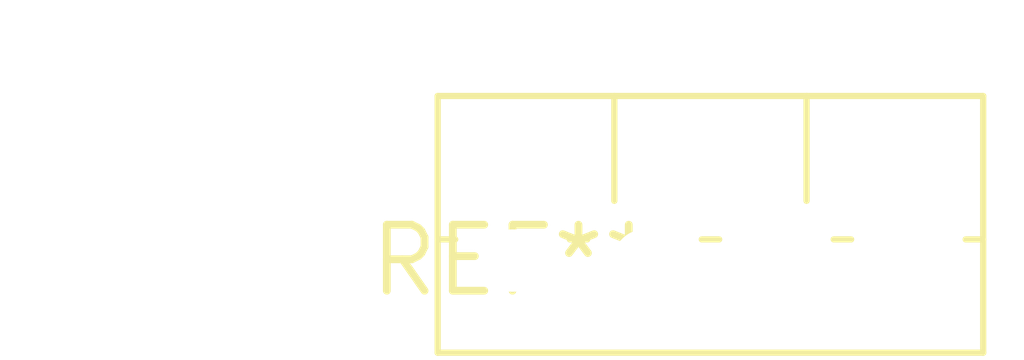
<source format=kicad_pcb>
(kicad_pcb (version 20240108) (generator pcbnew)
  (layers (0 "F.Cu" signal) (31 "B.Cu" signal) (34 "B.Paste" user) (35 "F.Paste" user) (36 "B.SilkS" user "B.Silkscreen") (37 "F.SilkS" user "F.Silkscreen") (38 "B.Mask" user) (39 "F.Mask" user) (44 "Edge.Cuts" user))
  (net 0 "")
  (footprint "TO-220F-4_Vertical" (layer "F.Cu") (at 0 0)
    (property "Reference" "REF**")
    (property "Value" "TO-220F-4_Vertical")
    (fp_line (start -1.44 -3.168) (end -1.44 1.773) (layer "F.SilkS") (stroke (width 0.12)))
    (fp_line (start -1.44 -3.168) (end 9.06 -3.168) (layer "F.SilkS") (stroke (width 0.12)))
    (fp_line (start -1.44 -0.408) (end -1.103 -0.408) (layer "F.SilkS") (stroke (width 0.12)))
    (fp_line (start -1.44 1.773) (end 9.06 1.773) (layer "F.SilkS") (stroke (width 0.12)))
    (fp_line (start 1.103 -0.408) (end 1.438 -0.408) (layer "F.SilkS") (stroke (width 0.12)))
    (fp_line (start 1.96 -3.168) (end 1.96 -1.15) (layer "F.SilkS") (stroke (width 0.12)))
    (fp_line (start 3.643 -0.408) (end 3.978 -0.408) (layer "F.SilkS") (stroke (width 0.12)))
    (fp_line (start 5.66 -3.168) (end 5.66 -1.15) (layer "F.SilkS") (stroke (width 0.12)))
    (fp_line (start 6.183 -0.408) (end 6.518 -0.408) (layer "F.SilkS") (stroke (width 0.12)))
    (fp_line (start 8.723 -0.408) (end 9.06 -0.408) (layer "F.SilkS") (stroke (width 0.12)))
    (fp_line (start 9.06 -3.168) (end 9.06 1.773) (layer "F.SilkS") (stroke (width 0.12)))
    (pad "1" thru_hole rect (at 0 0) (size 1.905 2) (drill 1.2) (layers *.Cu *.Mask) (remove_unused_layers))
    (pad "2" thru_hole oval (at 2.54 0) (size 1.905 2) (drill 1.2) (layers *.Cu *.Mask) (remove_unused_layers))
    (pad "3" thru_hole oval (at 5.08 0) (size 1.905 2) (drill 1.2) (layers *.Cu *.Mask) (remove_unused_layers))
    (pad "4" thru_hole oval (at 7.62 0) (size 1.905 2) (drill 1.2) (layers *.Cu *.Mask) (remove_unused_layers))
  )
)
</source>
